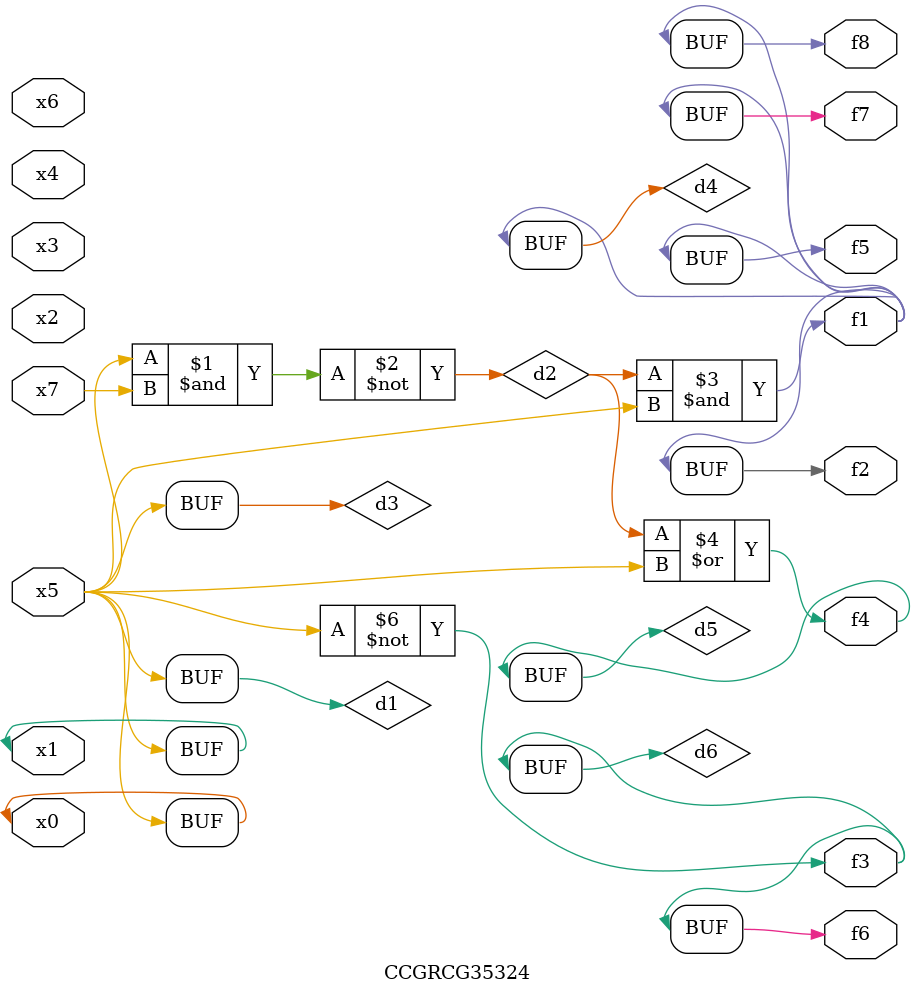
<source format=v>
module CCGRCG35324(
	input x0, x1, x2, x3, x4, x5, x6, x7,
	output f1, f2, f3, f4, f5, f6, f7, f8
);

	wire d1, d2, d3, d4, d5, d6;

	buf (d1, x0, x5);
	nand (d2, x5, x7);
	buf (d3, x0, x1);
	and (d4, d2, d3);
	or (d5, d2, d3);
	nor (d6, d1, d3);
	assign f1 = d4;
	assign f2 = d4;
	assign f3 = d6;
	assign f4 = d5;
	assign f5 = d4;
	assign f6 = d6;
	assign f7 = d4;
	assign f8 = d4;
endmodule

</source>
